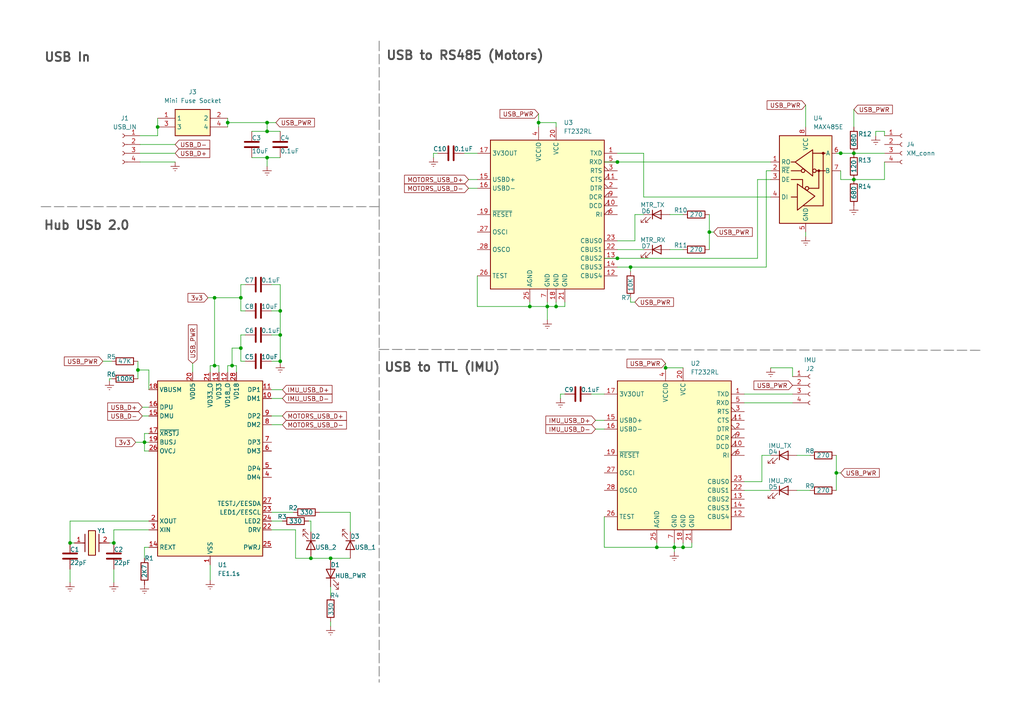
<source format=kicad_sch>
(kicad_sch (version 20231120) (generator "eeschema") (generator_version "8.0")
  (paper "A4")
  (title_block (title "Communication Board for Humanoid Robot") (date "2024-09-18") (rev "1.0"))
  (lib_symbols
    (symbol "Connector:Conn_01x04_Socket" (pin_names (offset 1.016) hide)
      (property "Reference" "J" (at 0 5.08 0))
      (property "Value" "Conn_01x04_Socket" (at 0 -7.62 0))
      (symbol "Conn_01x04_Socket_1_1"
        (arc (start 0 -4.572) (mid -0.5058 -5.08) (end 0 -5.588) (stroke (width 0.1524)))
        (arc (start 0 -2.032) (mid -0.5058 -2.54) (end 0 -3.048) (stroke (width 0.1524)))
        (polyline (pts (xy -1.27 -5.08) (xy -0.508 -5.08)) (stroke (width 0.1524)))
        (polyline (pts (xy -1.27 -2.54) (xy -0.508 -2.54)) (stroke (width 0.1524)))
        (polyline (pts (xy -1.27 0) (xy -0.508 0)) (stroke (width 0.1524)))
        (polyline (pts (xy -1.27 2.54) (xy -0.508 2.54)) (stroke (width 0.1524)))
        (arc (start 0 0.508) (mid -0.5058 0) (end 0 -0.508) (stroke (width 0.1524)))
        (arc (start 0 3.048) (mid -0.5058 2.54) (end 0 2.032) (stroke (width 0.1524)))
        (pin passive line (at -5.08 2.54 0) (length 3.81) (name "Pin_1") (number "1"))
        (pin passive line (at -5.08 0 0) (length 3.81) (name "Pin_2") (number "2"))
        (pin passive line (at -5.08 -2.54 0) (length 3.81) (name "Pin_3") (number "3"))
        (pin passive line (at -5.08 -5.08 0) (length 3.81) (name "Pin_4") (number "4"))
      )
    )
    (symbol "Device:C" (pin_numbers hide) (pin_names (offset 0.254))
      (property "Reference" "C" (at 0.635 2.54 0))
      (property "Value" "C" (at 0.635 -2.54 0))
      (symbol "C_0_1"
        (polyline (pts (xy -2.032 -0.762) (xy 2.032 -0.762)) (stroke (width 0.508)))
        (polyline (pts (xy -2.032 0.762) (xy 2.032 0.762)) (stroke (width 0.508)))
      )
      (symbol "C_1_1"
        (pin passive line (at 0 3.81 270) (length 2.794) (name "~") (number "1"))
        (pin passive line (at 0 -3.81 90) (length 2.794) (name "~") (number "2"))
      )
    )
    (symbol "Device:LED" (pin_numbers hide) (pin_names (offset 1.016) hide)
      (property "Reference" "D" (at 0 2.54 0))
      (property "Value" "LED" (at 0 -2.54 0))
      (symbol "LED_0_1"
        (polyline (pts (xy -1.27 -1.27) (xy -1.27 1.27)) (stroke (width 0.254)))
        (polyline (pts (xy -1.27 0) (xy 1.27 0)))
        (polyline (pts (xy 1.27 -1.27) (xy 1.27 1.27) (xy -1.27 0) (xy 1.27 -1.27)) (stroke (width 0.254)))
        (polyline (pts (xy -3.048 -0.762) (xy -4.572 -2.286) (xy -3.81 -2.286) (xy -4.572 -2.286) (xy -4.572 -1.524)))
        (polyline (pts (xy -1.778 -0.762) (xy -3.302 -2.286) (xy -2.54 -2.286) (xy -3.302 -2.286) (xy -3.302 -1.524)))
      )
      (symbol "LED_1_1"
        (pin passive line (at -3.81 0 0) (length 2.54) (name "K") (number "1"))
        (pin passive line (at 3.81 0 180) (length 2.54) (name "A") (number "2"))
      )
    )
    (symbol "Device:R" (pin_numbers hide) (pin_names (offset 0))
      (property "Reference" "R" (at 2.032 0 90))
      (property "Value" "R" (at 0 0 90))
      (symbol "R_0_1"
        (rectangle (start -1.016 -2.54) (end 1.016 2.54) (stroke (width 0.254)))
      )
      (symbol "R_1_1"
        (pin passive line (at 0 3.81 270) (length 1.27) (name "~") (number "1"))
        (pin passive line (at 0 -3.81 90) (length 1.27) (name "~") (number "2"))
      )
    )
    (symbol "Humanoid:Crystal 12MHz - ECS" (pin_names hide)
      (property "Reference" "Y" (at 8.89 6.35 0))
      (property "Value" "Crystal 12MHz - ECS" (at 8.89 3.81 0))
      (symbol "Crystal 12MHz - ECS_1_1"
        (polyline (pts (xy 3.048 0) (xy 2.54 0)) (stroke (width 0.254)))
        (polyline (pts (xy 3.048 2.54) (xy 3.048 -2.54)) (stroke (width 0.254)))
        (polyline (pts (xy 7.112 0) (xy 7.62 0)) (stroke (width 0.254)))
        (polyline (pts (xy 7.112 2.54) (xy 7.112 -2.54)) (stroke (width 0.254)))
        (rectangle (start 4.064 3.556) (end 6.096 -3.556) (stroke (width 0.254)) (fill (type background)))
        (pin passive line (at 0 0 0) (length 2.54) (name "1") (number "1"))
        (pin passive line (at 10.16 0 180) (length 2.54) (name "2") (number "2"))
      )
    )
    (symbol "Humanoid:Mini_Fuse_Socket"
      (property "Reference" "J" (at 16.51 7.62 0))
      (property "Value" "Mini Fuse Socket" (at 9.652 5.08 0))
      (symbol "Mini_Fuse_Socket_1_1"
        (rectangle (start 5.08 2.54) (end 15.24 -5.08) (stroke (width 0.254)) (fill (type background)))
        (pin passive line (at 0 0 0) (length 5.08) (name "1") (number "1"))
        (pin passive line (at 20.32 0 180) (length 5.08) (name "2") (number "2"))
        (pin passive line (at 0 -2.54 0) (length 5.08) (name "3") (number "3"))
        (pin passive line (at 20.32 -2.54 180) (length 5.08) (name "4") (number "4"))
      )
    )
    (symbol "Humanoid:XM_conn" (pin_names (offset 1.016) hide)
      (property "Reference" "J" (at 0 5.08 0))
      (property "Value" "XM_conn" (at 0 -7.62 0))
      (symbol "XM_conn_1_1"
        (arc (start 0 -4.572) (mid -0.5058 -5.08) (end 0 -5.588) (stroke (width 0.1524)))
        (arc (start 0 -2.032) (mid -0.5058 -2.54) (end 0 -3.048) (stroke (width 0.1524)))
        (polyline (pts (xy -1.27 -5.08) (xy -0.508 -5.08)) (stroke (width 0.1524)))
        (polyline (pts (xy -1.27 -2.54) (xy -0.508 -2.54)) (stroke (width 0.1524)))
        (polyline (pts (xy -1.27 0) (xy -0.508 0)) (stroke (width 0.1524)))
        (polyline (pts (xy -1.27 2.54) (xy -0.508 2.54)) (stroke (width 0.1524)))
        (arc (start 0 0.508) (mid -0.5058 0) (end 0 -0.508) (stroke (width 0.1524)))
        (arc (start 0 3.048) (mid -0.5058 2.54) (end 0 2.032) (stroke (width 0.1524)))
        (pin passive line (at -5.08 2.54 0) (length 3.81) (name "GND") (number "1"))
        (pin passive line (at -5.08 0 0) (length 3.81) (name "VDD") (number "2"))
        (pin passive line (at -5.08 -2.54 0) (length 3.81) (name "D+") (number "3"))
        (pin passive line (at -5.08 -5.08 0) (length 3.81) (name "D-") (number "4"))
      )
    )
    (symbol "Interface_UART:MAX485E"
      (property "Reference" "U" (at -6.985 13.97 0))
      (property "Value" "MAX485E" (at 1.905 13.97 0))
      (symbol "MAX485E_0_1"
        (rectangle (start -7.62 12.7) (end 7.62 -12.7) (stroke (width 0.254)) (fill (type background)))
        (polyline (pts (xy -4.191 2.54) (xy -1.27 2.54)) (stroke (width 0.254)))
        (polyline (pts (xy -2.54 -5.08) (xy -4.191 -5.08)) (stroke (width 0.254)))
        (polyline (pts (xy -0.635 -7.62) (xy 5.08 -7.62)) (stroke (width 0.254)))
        (polyline (pts (xy 0.889 -2.54) (xy 3.81 -2.54)) (stroke (width 0.254)))
        (polyline (pts (xy 2.032 7.62) (xy 5.715 7.62)) (stroke (width 0.254)))
        (polyline (pts (xy 3.048 2.54) (xy 5.715 2.54)) (stroke (width 0.254)))
        (polyline (pts (xy 3.81 -2.54) (xy 3.81 2.54)) (stroke (width 0.254)))
        (polyline (pts (xy 5.08 -7.62) (xy 5.08 7.62)) (stroke (width 0.254)))
        (polyline (pts (xy -4.191 0) (xy -0.889 0) (xy -0.889 -2.286)) (stroke (width 0.254)))
        (polyline (pts (xy -3.175 5.08) (xy -4.191 5.08) (xy -4.064 5.08)) (stroke (width 0.254)))
        (polyline (pts (xy -2.413 -5.08) (xy -2.413 -1.27) (xy 2.667 -4.826) (xy -2.413 -8.89) (xy -2.413 -5.08)) (stroke (width 0.254)))
        (circle (center 0.381 -2.54) (radius 0.508) (stroke (width 0.254)))
        (circle (center 3.81 2.54) (radius 0.2794) (stroke (width 0.254)) (fill (type outline)))
      )
      (symbol "MAX485E_1_1"
        (circle (center -0.762 2.54) (radius 0.508) (stroke (width 0.254)))
        (polyline (pts (xy 2.032 4.826) (xy 2.032 8.636) (xy -3.048 5.08) (xy 2.032 1.016) (xy 2.032 4.826)) (stroke (width 0.254)))
        (circle (center 2.54 2.54) (radius 0.508) (stroke (width 0.254)))
        (circle (center 5.08 7.62) (radius 0.2794) (stroke (width 0.254)) (fill (type outline)))
        (pin output line (at -10.16 5.08 0) (length 2.54) (name "RO") (number "1"))
        (pin input line (at -10.16 2.54 0) (length 2.54) (name "~{RE}") (number "2"))
        (pin input line (at -10.16 0 0) (length 2.54) (name "DE") (number "3"))
        (pin input line (at -10.16 -5.08 0) (length 2.54) (name "DI") (number "4"))
        (pin power_in line (at 0 -15.24 90) (length 2.54) (name "GND") (number "5"))
        (pin bidirectional line (at 10.16 7.62 180) (length 2.54) (name "A") (number "6"))
        (pin bidirectional line (at 10.16 2.54 180) (length 2.54) (name "B") (number "7"))
        (pin power_in line (at 0 15.24 270) (length 2.54) (name "VCC") (number "8"))
      )
    )
    (symbol "Interface_USB:FE1.1s"
      (property "Reference" "U" (at -11.43 26.67 0))
      (property "Value" "FE1.1s" (at 12.7 27.94 0))
      (symbol "FE1.1s_0_1"
        (rectangle (start -15.24 25.4) (end 15.24 -25.4) (stroke (width 0.254)) (fill (type background)))
      )
      (symbol "FE1.1s_1_1"
        (pin power_in line (at 0 -27.94 90) (length 2.54) (name "VSS") (number "1"))
        (pin bidirectional line (at 17.78 20.32 180) (length 2.54) (name "DM1") (number "10"))
        (pin bidirectional line (at 17.78 22.86 180) (length 2.54) (name "DP1") (number "11"))
        (pin power_out line (at 5.08 27.94 270) (length 2.54) (name "VD18_O") (number "12"))
        (pin power_in line (at 2.54 27.94 270) (length 2.54) (name "VD33") (number "13"))
        (pin passive line (at -17.78 -22.86 0) (length 2.54) (name "REXT") (number "14"))
        (pin bidirectional line (at -17.78 15.24 0) (length 2.54) (name "DMU") (number "15"))
        (pin bidirectional line (at -17.78 17.78 0) (length 2.54) (name "DPU") (number "16"))
        (pin input line (at -17.78 10.16 0) (length 2.54) (name "~{XRSTJ}") (number "17"))
        (pin input line (at -17.78 22.86 0) (length 2.54) (name "VBUSM") (number "18"))
        (pin input line (at -17.78 7.62 0) (length 2.54) (name "BUSJ") (number "19"))
        (pin output line (at -17.78 -15.24 0) (length 2.54) (name "XOUT") (number "2"))
        (pin power_in line (at -5.08 27.94 270) (length 2.54) (name "VDD5") (number "20"))
        (pin power_out line (at 0 27.94 270) (length 2.54) (name "VD33_O") (number "21"))
        (pin bidirectional line (at 17.78 -17.78 180) (length 2.54) (name "DRV") (number "22"))
        (pin bidirectional line (at 17.78 -12.7 180) (length 2.54) (name "LED1/EESCL") (number "23"))
        (pin bidirectional line (at 17.78 -15.24 180) (length 2.54) (name "LED2") (number "24"))
        (pin output line (at 17.78 -22.86 180) (length 2.54) (name "PWRJ") (number "25"))
        (pin input line (at -17.78 5.08 0) (length 2.54) (name "OVCJ") (number "26"))
        (pin bidirectional line (at 17.78 -10.16 180) (length 2.54) (name "TESTJ/EESDA") (number "27"))
        (pin power_in line (at 7.62 27.94 270) (length 2.54) (name "VD18") (number "28"))
        (pin input line (at -17.78 -17.78 0) (length 2.54) (name "XIN") (number "3"))
        (pin bidirectional line (at 17.78 -2.54 180) (length 2.54) (name "DM4") (number "4"))
        (pin bidirectional line (at 17.78 0 180) (length 2.54) (name "DP4") (number "5"))
        (pin bidirectional line (at 17.78 5.08 180) (length 2.54) (name "DM3") (number "6"))
        (pin bidirectional line (at 17.78 7.62 180) (length 2.54) (name "DP3") (number "7"))
        (pin bidirectional line (at 17.78 12.7 180) (length 2.54) (name "DM2") (number "8"))
        (pin bidirectional line (at 17.78 15.24 180) (length 2.54) (name "DP2") (number "9"))
      )
    )
    (symbol "Interface_USB:FT232RL"
      (property "Reference" "U" (at -16.51 22.86 0))
      (property "Value" "FT232RL" (at 10.16 22.86 0))
      (symbol "FT232RL_0_1"
        (rectangle (start -16.51 21.59) (end 16.51 -21.59) (stroke (width 0.254)) (fill (type background)))
      )
      (symbol "FT232RL_1_1"
        (pin output line (at 20.32 17.78 180) (length 3.81) (name "TXD") (number "1"))
        (pin input input_low (at 20.32 2.54 180) (length 3.81) (name "DCD") (number "10"))
        (pin input input_low (at 20.32 10.16 180) (length 3.81) (name "CTS") (number "11"))
        (pin bidirectional line (at 20.32 -17.78 180) (length 3.81) (name "CBUS4") (number "12"))
        (pin bidirectional line (at 20.32 -12.7 180) (length 3.81) (name "CBUS2") (number "13"))
        (pin bidirectional line (at 20.32 -15.24 180) (length 3.81) (name "CBUS3") (number "14"))
        (pin bidirectional line (at -20.32 10.16 0) (length 3.81) (name "USBD+") (number "15"))
        (pin bidirectional line (at -20.32 7.62 0) (length 3.81) (name "USBD-") (number "16"))
        (pin power_out line (at -20.32 17.78 0) (length 3.81) (name "3V3OUT") (number "17"))
        (pin power_in line (at 2.54 -25.4 90) (length 3.81) (name "GND") (number "18"))
        (pin input line (at -20.32 0 0) (length 3.81) (name "~{RESET}") (number "19"))
        (pin output output_low (at 20.32 7.62 180) (length 3.81) (name "DTR") (number "2"))
        (pin power_in line (at 2.54 25.4 270) (length 3.81) (name "VCC") (number "20"))
        (pin power_in line (at 5.08 -25.4 90) (length 3.81) (name "GND") (number "21"))
        (pin bidirectional line (at 20.32 -10.16 180) (length 3.81) (name "CBUS1") (number "22"))
        (pin bidirectional line (at 20.32 -7.62 180) (length 3.81) (name "CBUS0") (number "23"))
        (pin power_in line (at -5.08 -25.4 90) (length 3.81) (name "AGND") (number "25"))
        (pin input line (at -20.32 -17.78 0) (length 3.81) (name "TEST") (number "26"))
        (pin input line (at -20.32 -5.08 0) (length 3.81) (name "OSCI") (number "27"))
        (pin output line (at -20.32 -10.16 0) (length 3.81) (name "OSCO") (number "28"))
        (pin output output_low (at 20.32 12.7 180) (length 3.81) (name "RTS") (number "3"))
        (pin power_in line (at -2.54 25.4 270) (length 3.81) (name "VCCIO") (number "4"))
        (pin input line (at 20.32 15.24 180) (length 3.81) (name "RXD") (number "5"))
        (pin input input_low (at 20.32 0 180) (length 3.81) (name "RI") (number "6"))
        (pin power_in line (at 0 -25.4 90) (length 3.81) (name "GND") (number "7"))
        (pin input input_low (at 20.32 5.08 180) (length 3.81) (name "DCR") (number "9"))
      )
    )
    (symbol "power:GNDREF" (power) (pin_names (offset 0))
      (property "Value" "GNDREF" (at 0 -3.81 0))
      (symbol "GNDREF_0_1"
        (polyline (pts (xy -0.635 -1.905) (xy 0.635 -1.905)))
        (polyline (pts (xy -0.127 -2.54) (xy 0.127 -2.54)))
        (polyline (pts (xy 0 -1.27) (xy 0 0)))
        (polyline (pts (xy 1.27 -1.27) (xy -1.27 -1.27)))
      )
      (symbol "GNDREF_1_1"
        (pin power_in line (at 0 0 270) (length 0) hide (name "GNDREF") (number "1"))
      )
    )
  )
  (junction (at 20.32 157.48))
  (junction (at 193.04 106.68))
  (junction (at 153.67 88.9))
  (junction (at 243.84 44.45))
  (junction (at 95.885 161.925))
  (junction (at 156.21 35.56))
  (junction (at 205.74 67.31))
  (junction (at 161.29 88.9))
  (junction (at 179.07 74.93))
  (junction (at 33.02 157.48))
  (junction (at 81.28 104.775))
  (junction (at 195.58 158.75))
  (junction (at 158.75 88.9))
  (junction (at 69.85 86.36))
  (junction (at 45.72 36.83))
  (junction (at 242.57 137.16))
  (junction (at 69.85 100.965))
  (junction (at 62.23 86.36))
  (junction (at 67.31 106.045))
  (junction (at 182.88 77.47))
  (junction (at 81.28 90.17))
  (junction (at 41.91 128.27))
  (junction (at 81.28 97.155))
  (junction (at 66.04 35.56))
  (junction (at 179.07 46.99))
  (junction (at 90.17 161.925))
  (junction (at 190.5 158.75))
  (junction (at 40.005 107.315))
  (junction (at 62.23 106.045))
  (junction (at 77.47 45.72))
  (junction (at 77.47 35.56))
  (junction (at 247.65 52.07))
  (junction (at 198.12 158.75))
  (junction (at 77.47 38.1))
  (junction (at 247.65 44.45))
  (wire (pts (xy 153.67 88.9) (xy 158.75 88.9)))
  (wire (pts (xy 77.47 35.56) (xy 77.47 38.1)))
  (wire (pts (xy 219.71 74.93) (xy 219.71 52.07)))
  (wire (pts (xy 81.28 104.775) (xy 78.74 104.775)))
  (wire (pts (xy 198.12 62.23) (xy 194.31 62.23)))
  (wire (pts (xy 200.66 157.48) (xy 200.66 158.75)))
  (wire (pts (xy 242.57 137.16) (xy 242.57 132.08)))
  (wire (pts (xy 256.54 38.1) (xy 254 38.1)))
  (wire (pts (xy 33.02 168.91) (xy 33.02 165.1)))
  (wire (pts (xy 256.54 39.37) (xy 256.54 38.1)))
  (wire (pts (xy 179.07 46.99) (xy 223.52 46.99)))
  (wire (pts (xy 63.5 106.045) (xy 63.5 107.95)))
  (wire (pts (xy 135.89 54.61) (xy 138.43 54.61)))
  (wire (pts (xy 163.83 88.9) (xy 161.29 88.9)))
  (wire (pts (xy 179.07 77.47) (xy 182.88 77.47)))
  (wire (pts (xy 182.88 87.63) (xy 182.88 86.36)))
  (wire (pts (xy 41.91 125.73) (xy 41.91 128.27)))
  (wire (pts (xy 134.62 44.45) (xy 138.43 44.45)))
  (wire (pts (xy 69.85 82.55) (xy 69.85 86.36)))
  (wire (pts (xy 45.72 36.83) (xy 45.72 39.37)))
  (wire (pts (xy 66.04 34.29) (xy 66.04 35.56)))
  (wire (pts (xy 73.025 38.1) (xy 77.47 38.1)))
  (wire (pts (xy 256.54 52.07) (xy 256.54 46.99)))
  (wire (pts (xy 69.85 100.965) (xy 69.85 104.775)))
  (wire (pts (xy 186.69 44.45) (xy 186.69 57.15)))
  (wire (pts (xy 182.88 77.47) (xy 222.25 77.47)))
  (wire (pts (xy 41.275 120.65) (xy 43.18 120.65)))
  (wire (pts (xy 81.915 115.57) (xy 78.74 115.57)))
  (wire (pts (xy 198.12 72.39) (xy 194.31 72.39)))
  (wire (pts (xy 43.18 158.75) (xy 41.91 158.75)))
  (wire (pts (xy 60.325 86.36) (xy 62.23 86.36)))
  (wire (pts (xy 95.885 170.18) (xy 95.885 172.72)))
  (wire (pts (xy 163.83 114.3) (xy 162.56 114.3)))
  (wire (pts (xy 179.07 44.45) (xy 186.69 44.45)))
  (wire (pts (xy 55.88 107.95) (xy 55.88 105.41)))
  (wire (pts (xy 33.02 153.67) (xy 33.02 157.48)))
  (wire (pts (xy 158.75 88.9) (xy 161.29 88.9)))
  (wire (pts (xy 40.64 39.37) (xy 45.72 39.37)))
  (wire (pts (xy 81.28 82.55) (xy 81.28 90.17)))
  (wire (pts (xy 69.85 82.55) (xy 71.12 82.55)))
  (wire (pts (xy 90.17 161.925) (xy 95.885 161.925)))
  (wire (pts (xy 92.71 148.59) (xy 101.6 148.59)))
  (wire (pts (xy 95.885 181.61) (xy 95.885 180.34)))
  (wire (pts (xy 138.43 80.01) (xy 138.43 88.9)))
  (wire (pts (xy 179.07 72.39) (xy 186.69 72.39)))
  (wire (pts (xy 234.95 142.24) (xy 231.14 142.24)))
  (wire (pts (xy 243.84 52.07) (xy 247.65 52.07)))
  (wire (pts (xy 163.83 87.63) (xy 163.83 88.9)))
  (wire (pts (xy 41.91 128.27) (xy 43.18 128.27)))
  (wire (pts (xy 81.28 82.55) (xy 78.74 82.55)))
  (wire (pts (xy 135.89 52.07) (xy 138.43 52.07)))
  (wire (pts (xy 69.85 104.775) (xy 71.12 104.775)))
  (wire (pts (xy 31.75 109.855) (xy 32.385 109.855)))
  (wire (pts (xy 156.21 33.02) (xy 156.21 35.56)))
  (wire (pts (xy 69.85 86.36) (xy 69.85 90.17)))
  (wire (pts (xy 80.01 35.56) (xy 77.47 35.56)))
  (wire (pts (xy 158.75 88.9) (xy 158.75 92.71)))
  (wire (pts (xy 125.73 44.45) (xy 125.73 45.72)))
  (wire (pts (xy 175.26 149.86) (xy 175.26 158.75)))
  (polyline (pts (xy 11.938 59.944) (xy 109.982 59.944)) (stroke (width 0.254) (type dash) (color 134 134 134 1)))
  (wire (pts (xy 66.04 106.045) (xy 67.31 106.045)))
  (wire (pts (xy 81.28 97.155) (xy 81.28 104.775)))
  (wire (pts (xy 234.95 132.08) (xy 231.14 132.08)))
  (wire (pts (xy 153.67 87.63) (xy 153.67 88.9)))
  (wire (pts (xy 67.31 106.045) (xy 68.58 106.045)))
  (wire (pts (xy 69.85 97.155) (xy 69.85 100.965)))
  (wire (pts (xy 172.72 121.92) (xy 175.26 121.92)))
  (wire (pts (xy 198.12 157.48) (xy 198.12 158.75)))
  (wire (pts (xy 101.6 148.59) (xy 101.6 154.305)))
  (wire (pts (xy 81.28 105.41) (xy 81.28 104.775)))
  (polyline (pts (xy 109.982 59.944) (xy 109.982 197.866)) (stroke (width 0.254) (type dash) (color 134 134 134 1)))
  (wire (pts (xy 77.47 45.72) (xy 81.28 45.72)))
  (wire (pts (xy 233.68 30.48) (xy 233.68 36.83)))
  (wire (pts (xy 179.07 74.93) (xy 219.71 74.93)))
  (wire (pts (xy 68.58 106.045) (xy 68.58 107.95)))
  (wire (pts (xy 60.96 106.045) (xy 62.23 106.045)))
  (wire (pts (xy 90.17 151.13) (xy 89.535 151.13)))
  (wire (pts (xy 85.725 161.925) (xy 90.17 161.925)))
  (wire (pts (xy 60.96 163.83) (xy 60.96 168.275)))
  (wire (pts (xy 222.25 77.47) (xy 222.25 49.53)))
  (wire (pts (xy 43.18 107.315) (xy 43.18 113.03)))
  (wire (pts (xy 41.91 128.27) (xy 41.91 130.81)))
  (wire (pts (xy 198.12 106.68) (xy 193.04 106.68)))
  (wire (pts (xy 78.74 123.19) (xy 81.915 123.19)))
  (wire (pts (xy 39.37 128.27) (xy 41.91 128.27)))
  (wire (pts (xy 161.29 87.63) (xy 161.29 88.9)))
  (wire (pts (xy 20.32 151.13) (xy 43.18 151.13)))
  (polyline (pts (xy 109.982 101.346) (xy 284.48 101.6)) (stroke (width 0.254) (type dash) (color 134 134 134 1)))
  (wire (pts (xy 186.69 62.23) (xy 184.15 62.23)))
  (wire (pts (xy 78.74 120.65) (xy 81.915 120.65)))
  (wire (pts (xy 229.87 106.68) (xy 223.52 106.68)))
  (wire (pts (xy 20.32 151.13) (xy 20.32 157.48)))
  (wire (pts (xy 158.75 88.9) (xy 158.75 87.63)))
  (wire (pts (xy 62.23 86.36) (xy 69.85 86.36)))
  (wire (pts (xy 29.845 104.775) (xy 32.385 104.775)))
  (wire (pts (xy 243.84 52.07) (xy 243.84 49.53)))
  (wire (pts (xy 50.8 44.45) (xy 40.64 44.45)))
  (wire (pts (xy 219.71 52.07) (xy 223.52 52.07)))
  (wire (pts (xy 45.72 34.29) (xy 45.72 36.83)))
  (wire (pts (xy 41.91 130.81) (xy 43.18 130.81)))
  (wire (pts (xy 195.58 160.02) (xy 195.58 158.75)))
  (wire (pts (xy 195.58 158.75) (xy 195.58 157.48)))
  (wire (pts (xy 222.25 49.53) (xy 223.52 49.53)))
  (wire (pts (xy 41.275 118.11) (xy 43.18 118.11)))
  (wire (pts (xy 78.74 153.67) (xy 85.725 153.67)))
  (wire (pts (xy 33.02 157.48) (xy 31.75 157.48)))
  (wire (pts (xy 254 38.1) (xy 254 39.37)))
  (wire (pts (xy 31.75 110.49) (xy 31.75 109.855)))
  (wire (pts (xy 220.98 139.7) (xy 215.9 139.7)))
  (wire (pts (xy 40.005 107.315) (xy 43.18 107.315)))
  (wire (pts (xy 193.04 105.41) (xy 193.04 106.68)))
  (wire (pts (xy 205.74 67.31) (xy 205.74 72.39)))
  (wire (pts (xy 62.23 106.045) (xy 63.5 106.045)))
  (wire (pts (xy 175.26 46.99) (xy 179.07 46.99)))
  (wire (pts (xy 247.65 31.75) (xy 247.65 36.83)))
  (wire (pts (xy 81.915 151.13) (xy 78.74 151.13)))
  (wire (pts (xy 127 44.45) (xy 125.73 44.45)))
  (wire (pts (xy 182.88 78.74) (xy 182.88 77.47)))
  (wire (pts (xy 184.15 62.23) (xy 184.15 69.85)))
  (wire (pts (xy 77.47 38.1) (xy 81.28 38.1)))
  (wire (pts (xy 40.005 107.315) (xy 40.005 104.775)))
  (wire (pts (xy 242.57 44.45) (xy 243.84 44.45)))
  (wire (pts (xy 215.9 142.24) (xy 223.52 142.24)))
  (wire (pts (xy 66.04 35.56) (xy 66.04 36.83)))
  (wire (pts (xy 69.85 90.17) (xy 71.12 90.17)))
  (wire (pts (xy 90.17 154.305) (xy 90.17 151.13)))
  (wire (pts (xy 73.025 45.72) (xy 77.47 45.72)))
  (wire (pts (xy 243.84 44.45) (xy 247.65 44.45)))
  (wire (pts (xy 40.005 109.855) (xy 40.005 107.315)))
  (wire (pts (xy 69.85 97.155) (xy 71.12 97.155)))
  (wire (pts (xy 223.52 132.08) (xy 220.98 132.08)))
  (wire (pts (xy 205.74 67.31) (xy 205.74 62.23)))
  (wire (pts (xy 161.29 36.83) (xy 161.29 35.56)))
  (wire (pts (xy 215.9 114.3) (xy 229.87 114.3)))
  (wire (pts (xy 20.32 157.48) (xy 21.59 157.48)))
  (wire (pts (xy 195.58 158.75) (xy 198.12 158.75)))
  (wire (pts (xy 161.29 35.56) (xy 156.21 35.56)))
  (wire (pts (xy 200.66 158.75) (xy 198.12 158.75)))
  (wire (pts (xy 247.65 52.07) (xy 256.54 52.07)))
  (wire (pts (xy 81.28 90.17) (xy 78.74 90.17)))
  (wire (pts (xy 190.5 158.75) (xy 195.58 158.75)))
  (wire (pts (xy 60.96 107.95) (xy 60.96 106.045)))
  (wire (pts (xy 66.04 35.56) (xy 77.47 35.56)))
  (polyline (pts (xy 109.982 11.938) (xy 109.982 59.944)) (stroke (width 0.254) (type dash) (color 134 134 134 1)))
  (wire (pts (xy 43.18 125.73) (xy 41.91 125.73)))
  (wire (pts (xy 50.8 46.99) (xy 40.64 46.99)))
  (wire (pts (xy 85.725 153.67) (xy 85.725 161.925)))
  (wire (pts (xy 67.31 106.045) (xy 67.31 100.965)))
  (wire (pts (xy 175.26 158.75) (xy 190.5 158.75)))
  (wire (pts (xy 215.9 116.84) (xy 229.87 116.84)))
  (wire (pts (xy 162.56 114.3) (xy 162.56 115.57)))
  (wire (pts (xy 243.84 137.16) (xy 242.57 137.16)))
  (wire (pts (xy 33.02 153.67) (xy 43.18 153.67)))
  (wire (pts (xy 184.15 87.63) (xy 182.88 87.63)))
  (wire (pts (xy 77.47 48.26) (xy 77.47 45.72)))
  (wire (pts (xy 138.43 88.9) (xy 153.67 88.9)))
  (wire (pts (xy 50.8 41.91) (xy 40.64 41.91)))
  (wire (pts (xy 67.31 100.965) (xy 69.85 100.965)))
  (wire (pts (xy 156.21 35.56) (xy 156.21 36.83)))
  (wire (pts (xy 81.28 90.17) (xy 81.28 97.155)))
  (wire (pts (xy 41.91 158.75) (xy 41.91 161.925)))
  (wire (pts (xy 20.32 168.91) (xy 20.32 165.1)))
  (wire (pts (xy 247.65 44.45) (xy 256.54 44.45)))
  (wire (pts (xy 207.01 67.31) (xy 205.74 67.31)))
  (wire (pts (xy 62.23 86.36) (xy 62.23 106.045)))
  (wire (pts (xy 220.98 132.08) (xy 220.98 139.7)))
  (wire (pts (xy 175.26 74.93) (xy 179.07 74.93)))
  (wire (pts (xy 190.5 157.48) (xy 190.5 158.75)))
  (wire (pts (xy 95.885 161.925) (xy 95.885 162.56)))
  (wire (pts (xy 172.72 124.46) (xy 175.26 124.46)))
  (wire (pts (xy 186.69 57.15) (xy 223.52 57.15)))
  (wire (pts (xy 81.28 97.155) (xy 78.74 97.155)))
  (wire (pts (xy 81.915 113.03) (xy 78.74 113.03)))
  (wire (pts (xy 229.87 106.68) (xy 229.87 109.22)))
  (wire (pts (xy 233.68 67.31) (xy 233.68 68.58)))
  (wire (pts (xy 171.45 114.3) (xy 175.26 114.3)))
  (wire (pts (xy 66.04 107.95) (xy 66.04 106.045)))
  (wire (pts (xy 184.15 69.85) (xy 179.07 69.85)))
  (wire (pts (xy 242.57 137.16) (xy 242.57 142.24)))
  (wire (pts (xy 95.885 161.925) (xy 101.6 161.925)))
  (wire (pts (xy 85.09 148.59) (xy 78.74 148.59)))
  (text "USB In" (at 19.558 16.764 0) (effects (font (size 2.54 2.54) (thickness 0.508) (bold yes))))
  (text "USB to RS485 (Motors)" (at 134.874 16.256 0) (effects (font (size 2.54 2.54) (thickness 0.508) (bold yes))))
  (text "Hub USb 2.0\n" (at 25.146 65.532 0) (effects (font (size 2.54 2.54) (thickness 0.508) (bold yes))))
  (text "USB to TTL (IMU)" (at 128.27 106.68 0) (effects (font (size 2.54 2.54) (thickness 0.508) (bold yes))))
  (global_label "3v3" (shape input) (at 60.325 86.36 180) (property "Intersheetrefs" "${INTERSHEET_REFS}" (effects (hide yes))))
  (global_label "USB_PWR" (shape input) (at 55.88 105.41 90) (property "Intersheetrefs" "${INTERSHEET_REFS}" (effects (hide yes))))
  (global_label "USB_PWR" (shape input) (at 184.15 87.63 0) (property "Intersheetrefs" "${INTERSHEET_REFS}" (effects (hide yes))))
  (global_label "USB_PWR" (shape input) (at 207.01 67.31 0) (property "Intersheetrefs" "${INTERSHEET_REFS}" (effects (hide yes))))
  (global_label "USB_PWR" (shape input) (at 193.04 105.41 180) (property "Intersheetrefs" "${INTERSHEET_REFS}" (effects (hide yes))))
  (global_label "IMU_USB_D+" (shape input) (at 81.915 113.03 0) (property "Intersheetrefs" "${INTERSHEET_REFS}" (effects (hide yes))))
  (global_label "USB_PWR" (shape input) (at 156.21 33.02 180) (property "Intersheetrefs" "${INTERSHEET_REFS}" (effects (hide yes))))
  (global_label "USB_PWR" (shape input) (at 229.87 111.76 180) (property "Intersheetrefs" "${INTERSHEET_REFS}" (effects (hide yes))))
  (global_label "IMU_USB_D-" (shape input) (at 172.72 124.46 180) (property "Intersheetrefs" "${INTERSHEET_REFS}" (effects (hide yes))))
  (global_label "MOTORS_USB_D-" (shape input) (at 135.89 54.61 180) (property "Intersheetrefs" "${INTERSHEET_REFS}" (effects (hide yes))))
  (global_label "USB_D+" (shape input) (at 41.275 118.11 180) (property "Intersheetrefs" "${INTERSHEET_REFS}" (effects (hide yes))))
  (global_label "MOTORS_USB_D+" (shape input) (at 135.89 52.07 180) (property "Intersheetrefs" "${INTERSHEET_REFS}" (effects (hide yes))))
  (global_label "IMU_USB_D+" (shape input) (at 172.72 121.92 180) (property "Intersheetrefs" "${INTERSHEET_REFS}" (effects (hide yes))))
  (global_label "USB_D-" (shape input) (at 41.275 120.65 180) (property "Intersheetrefs" "${INTERSHEET_REFS}" (effects (hide yes))))
  (global_label "USB_PWR" (shape input) (at 80.01 35.56 0) (property "Intersheetrefs" "${INTERSHEET_REFS}" (effects (hide yes))))
  (global_label "USB_PWR" (shape input) (at 233.68 30.48 180) (property "Intersheetrefs" "${INTERSHEET_REFS}" (effects (hide yes))))
  (global_label "IMU_USB_D-" (shape input) (at 81.915 115.57 0) (property "Intersheetrefs" "${INTERSHEET_REFS}" (effects (hide yes))))
  (global_label "USB_PWR" (shape input) (at 247.65 31.75 0) (property "Intersheetrefs" "${INTERSHEET_REFS}" (effects (hide yes))))
  (global_label "3v3" (shape input) (at 39.37 128.27 180) (property "Intersheetrefs" "${INTERSHEET_REFS}" (effects (hide yes))))
  (global_label "USB_PWR" (shape input) (at 243.84 137.16 0) (property "Intersheetrefs" "${INTERSHEET_REFS}" (effects (hide yes))))
  (global_label "USB_D-" (shape input) (at 50.8 41.91 0) (property "Intersheetrefs" "${INTERSHEET_REFS}" (effects (hide yes))))
  (global_label "USB_D+" (shape input) (at 50.8 44.45 0) (property "Intersheetrefs" "${INTERSHEET_REFS}" (effects (hide yes))))
  (global_label "MOTORS_USB_D-" (shape input) (at 81.915 123.19 0) (property "Intersheetrefs" "${INTERSHEET_REFS}" (effects (hide yes))))
  (global_label "USB_PWR" (shape input) (at 29.845 104.775 180) (property "Intersheetrefs" "${INTERSHEET_REFS}" (effects (hide yes))))
  (global_label "MOTORS_USB_D+" (shape input) (at 81.915 120.65 0) (property "Intersheetrefs" "${INTERSHEET_REFS}" (effects (hide yes))))
  (symbol (lib_id "power:GNDREF") (at 95.885 181.61 0) (unit 1)
    (property "Reference" "#PWR04" (effects (hide yes)))
    (property "Value" "GNDREF" (effects (hide yes)))
  )
  (symbol (lib_id "power:GNDREF") (at 223.52 106.68 0) (unit 1)
    (property "Reference" "#PWR012" (effects (hide yes)))
    (property "Value" "GNDREF" (effects (hide yes)))
  )
  (symbol (lib_id "Device:R") (at 36.195 109.855 90) (unit 1)
    (property "Reference" "R6" (at 33.655 108.585 90) (effects (justify left)))
    (property "Value" "100K" (at 38.735 109.855 90) (effects (justify left)))
    (property "Footprint" "Resistor_SMD:R_1206_3216Metric" (effects (hide yes)))
  )
  (symbol (lib_id "power:GNDREF") (at 60.96 168.275 0) (unit 1)
    (property "Reference" "#PWR06" (effects (hide yes)))
    (property "Value" "GNDREF" (effects (hide yes)))
  )
  (symbol (lib_id "Device:C") (at 74.93 97.155 90) (unit 1)
    (property "Reference" "C6" (at 73.66 95.885 90) (effects (justify left)))
    (property "Value" "0.1uF" (at 81.28 95.885 90) (effects (justify left)))
    (property "Footprint" "Capacitor_SMD:C_1206_3216Metric" (effects (hide yes)))
  )
  (symbol (lib_id "Humanoid:Crystal 12MHz - ECS") (at 21.59 157.48 0) (unit 1)
    (property "Reference" "Y1" (at 29.464 153.924 0))
    (property "Value" "Crystal 12MHz - ECS" (effects (hide yes)))
    (property "Footprint" "Humanoid:Crystal 12MHz - ECS" (effects (hide yes)))
    (property "Datasheet" "https://ecsxtal.com/store/pdf/csm-7x.pdf" (effects (hide yes)))
    (property "Description" "Crystals 12.000 MHz 18 pF CSM-7X +/-30/30 ppm -20 - +70C RoHS" (effects (hide yes)))
    (property "Height" "4.3" (effects (hide yes)))
    (property "Mouser Part Number" "520-120-18-5PX-GM-TR" (effects (hide yes)))
    (property "Mouser Price/Stock" "https://www.mouser.co.uk/ProductDetail/ECS/ECS-120-18-5PX-GM-TR?qs=amGC7iS6iy%2FeOmvAdhyMAA%3D%3D" (effects (hide yes)))
    (property "Manufacturer_Name" "ECS" (effects (hide yes)))
    (property "Manufacturer_Part_Number" "ECS-120-18-5PX-GM-TR" (effects (hide yes)))
  )
  (symbol (lib_id "Device:C") (at 167.64 114.3 90) (unit 1)
    (property "Reference" "C9" (at 166.37 113.03 90) (effects (justify left)))
    (property "Value" "0.1uF" (at 173.99 113.03 90) (effects (justify left)))
    (property "Footprint" "Capacitor_SMD:C_1206_3216Metric" (effects (hide yes)))
  )
  (symbol (lib_id "Device:LED") (at 190.5 72.39 0) (unit 1)
    (property "Reference" "D7" (at 188.722 71.374 0) (effects (justify right)))
    (property "Value" "MTR_RX" (at 193.04 69.596 0) (effects (justify right)))
    (property "Footprint" "LED_SMD:LED_1206_3216Metric_Pad1.42x1.75mm_HandSolder" (effects (hide yes)))
  )
  (symbol (lib_id "Device:LED") (at 90.17 158.115 270) (unit 1)
    (property "Reference" "D2" (at 90.17 155.575 90) (effects (justify left)))
    (property "Value" "USB_2" (at 91.44 158.75 90) (effects (justify left)))
    (property "Footprint" "LED_SMD:LED_1206_3216Metric_Pad1.42x1.75mm_HandSolder" (effects (hide yes)))
  )
  (symbol (lib_id "Device:R") (at 238.76 132.08 90) (unit 1)
    (property "Reference" "R8" (at 236.22 130.81 90) (effects (justify left)))
    (property "Value" "270" (at 238.76 132.08 90))
    (property "Footprint" "Resistor_SMD:R_1206_3216Metric" (effects (hide yes)))
  )
  (symbol (lib_id "Interface_USB:FT232RL") (at 158.75 62.23 0) (unit 1)
    (property "Reference" "U3" (at 163.4841 35.56 0) (effects (justify left)))
    (property "Value" "FT232RL" (at 163.4841 38.1 0) (effects (justify left)))
    (property "Footprint" "Package_SO:SSOP-28_5.3x10.2mm_P0.65mm" (effects (hide yes)))
    (property "Datasheet" "https://www.ftdichip.com/Support/Documents/DataSheets/ICs/DS_FT232R.pdf" (effects (hide yes)))
    (property "Description" "USB to Serial Interface, SSOP-28" (effects (hide yes)))
  )
  (symbol (lib_id "Device:C") (at 33.02 161.29 0) (unit 1)
    (property "Reference" "C2" (at 33.02 159.385 0) (effects (justify left)))
    (property "Value" "22pF" (at 33.02 163.195 0) (effects (justify left)))
    (property "Footprint" "Capacitor_SMD:C_1206_3216Metric" (effects (hide yes)))
  )
  (symbol (lib_id "power:GNDREF") (at 254 39.37 0) (unit 1)
    (property "Reference" "#PWR016" (effects (hide yes)))
    (property "Value" "GNDREF" (effects (hide yes)))
  )
  (symbol (lib_id "Device:R") (at 36.195 104.775 90) (unit 1)
    (property "Reference" "R5" (at 33.655 103.505 90) (effects (justify left)))
    (property "Value" "47K" (at 38.1 104.775 90) (effects (justify left)))
    (property "Footprint" "Resistor_SMD:R_1206_3216Metric" (effects (hide yes)))
  )
  (symbol (lib_id "power:GNDREF") (at 125.73 45.72 0) (unit 1)
    (property "Reference" "#PWR013" (effects (hide yes)))
    (property "Value" "GNDREF" (effects (hide yes)))
  )
  (symbol (lib_id "power:GNDREF") (at 33.02 168.91 0) (unit 1)
    (property "Reference" "#PWR02" (effects (hide yes)))
    (property "Value" "GNDREF" (effects (hide yes)))
  )
  (symbol (lib_id "power:GNDREF") (at 81.28 105.41 0) (unit 1)
    (property "Reference" "#PWR09" (effects (hide yes)))
    (property "Value" "GNDREF" (effects (hide yes)))
  )
  (symbol (lib_id "Device:R") (at 247.65 40.64 0) (unit 1)
    (property "Reference" "R12" (at 248.92 38.862 0) (effects (justify left)))
    (property "Value" "680" (at 247.65 40.64 90))
    (property "Footprint" "Resistor_SMD:R_1206_3216Metric" (effects (hide yes)))
  )
  (symbol (lib_id "Device:C") (at 73.025 41.91 0) (unit 1)
    (property "Reference" "C3" (at 73.025 40.005 0) (effects (justify left)))
    (property "Value" "10uF" (at 73.025 43.815 0) (effects (justify left)))
    (property "Footprint" "Capacitor_SMD:C_1206_3216Metric" (effects (hide yes)))
  )
  (symbol (lib_id "power:GNDREF") (at 41.91 169.545 0) (unit 1)
    (property "Reference" "#PWR01" (effects (hide yes)))
    (property "Value" "GNDREF" (effects (hide yes)))
  )
  (symbol (lib_id "Device:R") (at 88.9 148.59 90) (unit 1)
    (property "Reference" "R2" (at 86.36 147.32 90) (effects (justify left)))
    (property "Value" "330" (at 88.9 148.59 90))
    (property "Footprint" "Resistor_SMD:R_1206_3216Metric" (effects (hide yes)))
  )
  (symbol (lib_id "power:GNDREF") (at 31.75 110.49 0) (unit 1)
    (property "Reference" "#PWR08" (effects (hide yes)))
    (property "Value" "GNDREF" (effects (hide yes)))
  )
  (symbol (lib_id "Interface_UART:MAX485E") (at 233.68 52.07 0) (unit 1)
    (property "Reference" "U4" (at 235.8741 34.29 0) (effects (justify left)))
    (property "Value" "MAX485E" (at 235.8741 36.83 0) (effects (justify left)))
    (property "Footprint" "Package_SO:SOIC-8_3.9x4.9mm_P1.27mm" (effects (hide yes)))
    (property "Datasheet" "https://datasheets.maximintegrated.com/en/ds/MAX1487E-MAX491E.pdf" (effects (hide yes)))
    (property "Description" "Half duplex RS-485/RS-422, 2.5 Mbps, ±15kV electro-static discharge (ESD) protection, no slew-rate, no low-power shutdown, with receiver/driver enable, 32 receiver drive capability, DIP-8 and SOIC-8" (effects (hide yes)))
  )
  (symbol (lib_id "Device:R") (at 238.76 142.24 90) (unit 1)
    (property "Reference" "R9" (at 236.22 140.97 90) (effects (justify left)))
    (property "Value" "270" (at 238.76 142.24 90))
    (property "Footprint" "Resistor_SMD:R_1206_3216Metric" (effects (hide yes)))
  )
  (symbol (lib_id "power:GNDREF") (at 20.32 168.91 0) (unit 1)
    (property "Reference" "#PWR03" (effects (hide yes)))
    (property "Value" "GNDREF" (effects (hide yes)))
  )
  (symbol (lib_id "Interface_USB:FT232RL") (at 195.58 132.08 0) (unit 1)
    (property "Reference" "U2" (at 200.3141 105.41 0) (effects (justify left)))
    (property "Value" "FT232RL" (at 200.3141 107.95 0) (effects (justify left)))
    (property "Footprint" "Package_SO:SSOP-28_5.3x10.2mm_P0.65mm" (effects (hide yes)))
    (property "Datasheet" "https://www.ftdichip.com/Support/Documents/DataSheets/ICs/DS_FT232R.pdf" (effects (hide yes)))
    (property "Description" "USB to Serial Interface, SSOP-28" (effects (hide yes)))
  )
  (symbol (lib_id "Interface_USB:FE1.1s") (at 60.96 135.89 0) (unit 1)
    (property "Reference" "U1" (at 63.1541 163.83 0) (effects (justify left)))
    (property "Value" "FE1.1s" (at 63.1541 166.37 0) (effects (justify left)))
    (property "Footprint" "Package_SO:SSOP-28_3.9x9.9mm_P0.635mm" (effects (hide yes)))
    (property "Datasheet" "https://cdn-shop.adafruit.com/product-files/2991/FE1.1s+Data+Sheet+(Rev.+1.0).pdf" (effects (hide yes)))
  )
  (symbol (lib_id "Device:C") (at 74.93 90.17 90) (unit 1)
    (property "Reference" "C8" (at 73.66 88.9 90) (effects (justify left)))
    (property "Value" "10uF" (at 80.645 88.9 90) (effects (justify left)))
    (property "Footprint" "Capacitor_SMD:C_1206_3216Metric" (effects (hide yes)))
  )
  (symbol (lib_id "power:GNDREF") (at 233.68 68.58 0) (unit 1)
    (property "Reference" "#PWR015" (effects (hide yes)))
    (property "Value" "GNDREF" (effects (hide yes)))
  )
  (symbol (lib_id "Device:C") (at 130.81 44.45 90) (unit 1)
    (property "Reference" "C10" (at 129.54 43.18 90) (effects (justify left)))
    (property "Value" "0.1uF" (at 137.16 43.18 90) (effects (justify left)))
    (property "Footprint" "Capacitor_SMD:C_1206_3216Metric" (effects (hide yes)))
  )
  (symbol (lib_id "Device:LED") (at 227.33 142.24 0) (unit 1)
    (property "Reference" "D5" (at 225.552 141.224 0) (effects (justify right)))
    (property "Value" "IMU_RX" (at 229.87 139.446 0) (effects (justify right)))
    (property "Footprint" "LED_SMD:LED_1206_3216Metric_Pad1.42x1.75mm_HandSolder" (effects (hide yes)))
  )
  (symbol (lib_id "Humanoid:XM_conn") (at 261.62 41.91 0) (unit 1)
    (property "Reference" "J4" (at 262.89 41.9099 0) (effects (justify left)))
    (property "Value" "XM_conn" (at 262.89 44.4499 0) (effects (justify left)))
    (property "Footprint" "Humanoid:XM_conn_vertical-B4B-EH-A" (effects (hide yes)))
    (property "Description" "Generic connector, single row, 01x04, script generated" (effects (hide yes)))
  )
  (symbol (lib_id "Device:LED") (at 95.885 166.37 90) (unit 1)
    (property "Reference" "D1" (at 95.885 163.83 90) (effects (justify right)))
    (property "Value" "HUB_PWR" (at 97.155 167.005 90) (effects (justify right)))
    (property "Footprint" "LED_SMD:LED_1206_3216Metric_Pad1.42x1.75mm_HandSolder" (effects (hide yes)))
  )
  (symbol (lib_id "Connector:Conn_01x04_Socket") (at 35.56 41.91 0) (mirror y) (unit 1)
    (property "Reference" "J1" (at 36.195 34.29 0))
    (property "Value" "USB_IN" (at 36.195 36.83 0))
    (property "Footprint" "Connector_PinHeader_2.54mm:PinHeader_1x04_P2.54mm_Vertical" (effects (hide yes)))
  )
  (symbol (lib_id "Device:R") (at 41.91 165.735 0) (unit 1)
    (property "Reference" "R1" (at 41.91 161.925 0) (effects (justify left)))
    (property "Value" "2K7" (at 41.91 167.64 90) (effects (justify left)))
    (property "Footprint" "Resistor_SMD:R_1206_3216Metric" (effects (hide yes)))
  )
  (symbol (lib_id "Device:R") (at 247.65 55.88 180) (unit 1)
    (property "Reference" "R14" (at 252.73 54.102 0) (effects (justify left)))
    (property "Value" "680" (at 247.65 55.88 90))
    (property "Footprint" "Resistor_SMD:R_1206_3216Metric" (effects (hide yes)))
  )
  (symbol (lib_id "Device:C") (at 74.93 104.775 90) (unit 1)
    (property "Reference" "C5" (at 73.66 103.505 90) (effects (justify left)))
    (property "Value" "10uF" (at 80.645 103.505 90) (effects (justify left)))
    (property "Footprint" "Capacitor_SMD:C_1206_3216Metric" (effects (hide yes)))
  )
  (symbol (lib_id "Device:R") (at 85.725 151.13 90) (unit 1)
    (property "Reference" "R3" (at 83.185 149.86 90) (effects (justify left)))
    (property "Value" "330" (at 87.63 151.13 90) (effects (justify left)))
    (property "Footprint" "Resistor_SMD:R_1206_3216Metric" (effects (hide yes)))
  )
  (symbol (lib_id "power:GNDREF") (at 195.58 160.02 0) (unit 1)
    (property "Reference" "#PWR011" (effects (hide yes)))
    (property "Value" "GNDREF" (effects (hide yes)))
  )
  (symbol (lib_id "power:GNDREF") (at 158.75 92.71 0) (unit 1)
    (property "Reference" "#PWR014" (effects (hide yes)))
    (property "Value" "GNDREF" (effects (hide yes)))
  )
  (symbol (lib_id "Device:R") (at 182.88 82.55 180) (unit 1)
    (property "Reference" "R7" (at 182.88 86.36 0) (effects (justify left)))
    (property "Value" "10K" (at 182.88 80.645 90) (effects (justify left)))
    (property "Footprint" "Resistor_SMD:R_1206_3216Metric" (effects (hide yes)))
  )
  (symbol (lib_id "Connector:Conn_01x04_Socket") (at 234.95 111.76 0) (unit 1)
    (property "Reference" "J2" (at 234.95 106.934 0))
    (property "Value" "IMU" (at 234.95 104.394 0))
    (property "Footprint" "Connector_PinHeader_2.54mm:PinHeader_1x04_P2.54mm_Vertical" (effects (hide yes)))
  )
  (symbol (lib_id "Device:C") (at 74.93 82.55 90) (unit 1)
    (property "Reference" "C7" (at 73.66 81.28 90) (effects (justify left)))
    (property "Value" "0.1uF" (at 81.28 81.28 90) (effects (justify left)))
    (property "Footprint" "Capacitor_SMD:C_1206_3216Metric" (effects (hide yes)))
  )
  (symbol (lib_id "Device:R") (at 201.93 62.23 90) (unit 1)
    (property "Reference" "R10" (at 199.39 60.96 90) (effects (justify left)))
    (property "Value" "270" (at 201.93 62.23 90))
    (property "Footprint" "Resistor_SMD:R_1206_3216Metric" (effects (hide yes)))
  )
  (symbol (lib_id "Device:LED") (at 190.5 62.23 0) (unit 1)
    (property "Reference" "D6" (at 188.722 61.214 0) (effects (justify right)))
    (property "Value" "MTR_TX" (at 192.786 59.436 0) (effects (justify right)))
    (property "Footprint" "LED_SMD:LED_1206_3216Metric_Pad1.42x1.75mm_HandSolder" (effects (hide yes)))
  )
  (symbol (lib_id "Humanoid:Mini_Fuse_Socket") (at 45.72 34.29 0) (unit 1)
    (property "Reference" "J3" (at 55.88 26.67 0))
    (property "Value" "Mini Fuse Socket" (at 55.88 29.21 0))
    (property "Footprint" "Humanoid:Mini Fuse Socket" (effects (hide yes)))
    (property "Datasheet" "http://www.keyelco.com/product-pdf.cfm?p=296" (effects (hide yes)))
    (property "Description" "THM 2 in 1 Auto Blade Holder P/N 3557-2" (effects (hide yes)))
    (property "Mouser Part Number" "534-3557-2" (effects (hide yes)))
    (property "Mouser Price/Stock" "https://www.mouser.co.uk/ProductDetail/Keystone-Electronics/3557-2?qs=cxy41lVAGV%2FfbyASjpXK1g%3D%3D" (effects (hide yes)))
    (property "Manufacturer_Name" "Keystone Electronics" (effects (hide yes)))
    (property "Manufacturer_Part_Number" "3557-2" (effects (hide yes)))
  )
  (symbol (lib_id "Device:R") (at 95.885 176.53 180) (unit 1)
    (property "Reference" "R4" (at 98.425 172.72 0) (effects (justify left)))
    (property "Value" "330" (at 96.012 174.752 90) (effects (justify left)))
    (property "Footprint" "Resistor_SMD:R_1206_3216Metric" (effects (hide yes)))
  )
  (symbol (lib_id "Device:C") (at 20.32 161.29 0) (unit 1)
    (property "Reference" "C1" (at 20.32 159.385 0) (effects (justify left)))
    (property "Value" "22pF" (at 20.32 163.195 0) (effects (justify left)))
    (property "Footprint" "Capacitor_SMD:C_1206_3216Metric" (effects (hide yes)))
  )
  (symbol (lib_id "Device:R") (at 201.93 72.39 90) (unit 1)
    (property "Reference" "R11" (at 199.39 71.12 90) (effects (justify left)))
    (property "Value" "270" (at 201.93 72.39 90))
    (property "Footprint" "Resistor_SMD:R_1206_3216Metric" (effects (hide yes)))
  )
  (symbol (lib_id "power:GNDREF") (at 162.56 115.57 0) (unit 1)
    (property "Reference" "#PWR010" (effects (hide yes)))
    (property "Value" "GNDREF" (effects (hide yes)))
  )
  (symbol (lib_id "power:GNDREF") (at 50.8 46.99 0) (unit 1)
    (property "Reference" "#PWR05" (effects (hide yes)))
    (property "Value" "GNDREF" (effects (hide yes)))
  )
  (symbol (lib_id "power:GNDREF") (at 77.47 48.26 0) (unit 1)
    (property "Reference" "#PWR07" (effects (hide yes)))
    (property "Value" "GNDREF" (effects (hide yes)))
  )
  (symbol (lib_id "Device:C") (at 81.28 41.91 0) (unit 1)
    (property "Reference" "C4" (at 81.28 40.005 0) (effects (justify left)))
    (property "Value" "0.1uF" (at 81.28 43.815 0) (effects (justify left)))
    (property "Footprint" "Capacitor_SMD:C_1206_3216Metric" (effects (hide yes)))
  )
  (symbol (lib_id "power:GNDREF") (at 247.65 59.69 0) (unit 1)
    (property "Reference" "#PWR017" (effects (hide yes)))
    (property "Value" "GNDREF" (effects (hide yes)))
  )
  (symbol (lib_id "Device:R") (at 247.65 48.26 180) (unit 1)
    (property "Reference" "R13" (at 252.73 46.482 0) (effects (justify left)))
    (property "Value" "120" (at 247.65 48.26 90))
    (property "Footprint" "Resistor_SMD:R_1206_3216Metric" (effects (hide yes)))
  )
  (symbol (lib_id "Device:LED") (at 101.6 158.115 270) (unit 1)
    (property "Reference" "D3" (at 101.6 155.575 90) (effects (justify left)))
    (property "Value" "USB_1" (at 102.87 158.75 90) (effects (justify left)))
    (property "Footprint" "LED_SMD:LED_1206_3216Metric_Pad1.42x1.75mm_HandSolder" (effects (hide yes)))
  )
  (symbol (lib_id "Device:LED") (at 227.33 132.08 0) (unit 1)
    (property "Reference" "D4" (at 225.552 131.064 0) (effects (justify right)))
    (property "Value" "IMU_TX" (at 229.616 129.286 0) (effects (justify right)))
    (property "Footprint" "LED_SMD:LED_1206_3216Metric_Pad1.42x1.75mm_HandSolder" (effects (hide yes)))
  )
)
</source>
